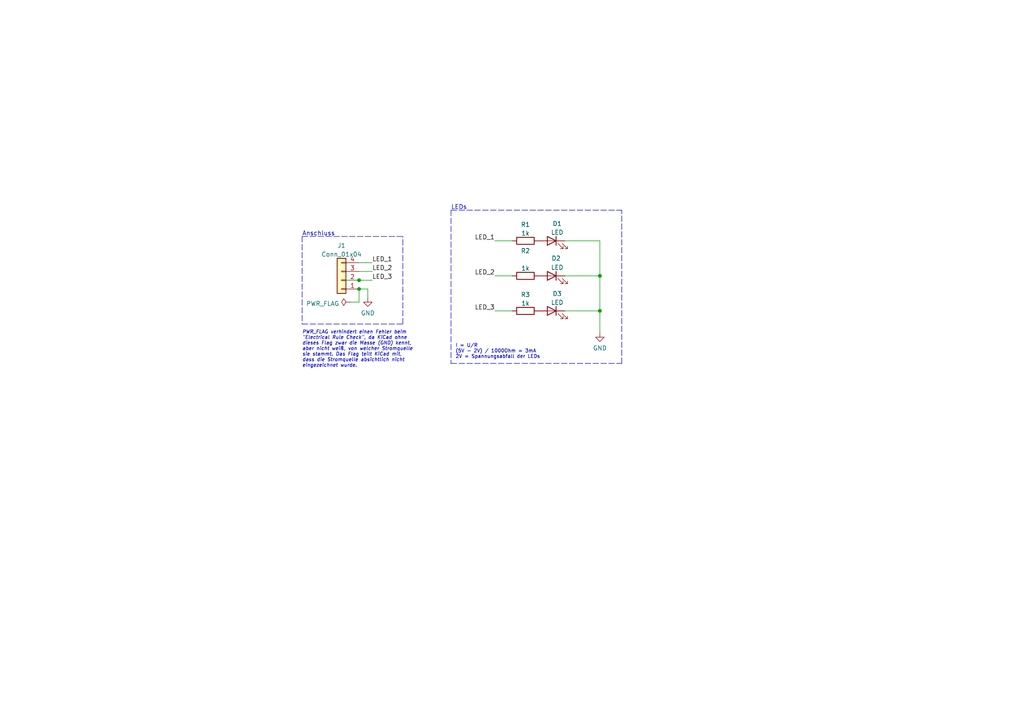
<source format=kicad_sch>
(kicad_sch (version 20211123) (generator eeschema)
  (paper "A4")
  (title_block (title "Simples 3-LED-Board") (date "2023-09-25") (rev "2") (company "Dennis Schulmeister-Zimolong") (comment 1 "Beispiel für Wahlmodul IoT"))
  (lib_symbols
    (symbol "Connector_Generic:Conn_01x04" (pin_names (offset 1.016) hide)
      (property "Reference" "J" (at 0 5.08 0))
      (property "Value" "Conn_01x04" (at 0 -7.62 0))
      (symbol "Conn_01x04_1_1"
        (rectangle (start -1.27 -4.953) (end 0 -5.207) (stroke (width 0.1524)))
        (rectangle (start -1.27 -2.413) (end 0 -2.667) (stroke (width 0.1524)))
        (rectangle (start -1.27 0.127) (end 0 -0.127) (stroke (width 0.1524)))
        (rectangle (start -1.27 2.667) (end 0 2.413) (stroke (width 0.1524)))
        (rectangle (start -1.27 3.81) (end 1.27 -6.35) (stroke (width 0.254)) (fill (type background)))
        (pin passive line (at -5.08 2.54 0) (length 3.81) (name "Pin_1") (number "1"))
        (pin passive line (at -5.08 0 0) (length 3.81) (name "Pin_2") (number "2"))
        (pin passive line (at -5.08 -2.54 0) (length 3.81) (name "Pin_3") (number "3"))
        (pin passive line (at -5.08 -5.08 0) (length 3.81) (name "Pin_4") (number "4"))
      )
    )
    (symbol "Device:LED" (pin_numbers hide) (pin_names (offset 1.016) hide)
      (property "Reference" "D" (at 0 2.54 0))
      (property "Value" "LED" (at 0 -2.54 0))
      (symbol "LED_0_1"
        (polyline (pts (xy -1.27 -1.27) (xy -1.27 1.27)) (stroke (width 0.254)))
        (polyline (pts (xy -1.27 0) (xy 1.27 0)))
        (polyline (pts (xy 1.27 -1.27) (xy 1.27 1.27) (xy -1.27 0) (xy 1.27 -1.27)) (stroke (width 0.254)))
        (polyline (pts (xy -3.048 -0.762) (xy -4.572 -2.286) (xy -3.81 -2.286) (xy -4.572 -2.286) (xy -4.572 -1.524)))
        (polyline (pts (xy -1.778 -0.762) (xy -3.302 -2.286) (xy -2.54 -2.286) (xy -3.302 -2.286) (xy -3.302 -1.524)))
      )
      (symbol "LED_1_1"
        (pin passive line (at -3.81 0 0) (length 2.54) (name "K") (number "1"))
        (pin passive line (at 3.81 0 180) (length 2.54) (name "A") (number "2"))
      )
    )
    (symbol "Device:R" (pin_numbers hide) (pin_names (offset 0))
      (property "Reference" "R" (at 2.032 0 90))
      (property "Value" "R" (at 0 0 90))
      (symbol "R_0_1"
        (rectangle (start -1.016 -2.54) (end 1.016 2.54) (stroke (width 0.254)))
      )
      (symbol "R_1_1"
        (pin passive line (at 0 3.81 270) (length 1.27) (name "~") (number "1"))
        (pin passive line (at 0 -3.81 90) (length 1.27) (name "~") (number "2"))
      )
    )
    (symbol "power:GND" (power) (pin_names (offset 0))
      (property "Value" "GND" (at 0 -3.81 0))
      (symbol "GND_0_1"
        (polyline (pts (xy 0 0) (xy 0 -1.27) (xy 1.27 -1.27) (xy 0 -2.54) (xy -1.27 -1.27) (xy 0 -1.27)))
      )
      (symbol "GND_1_1"
        (pin power_in line (at 0 0 270) (length 0) hide (name "GND") (number "1"))
      )
    )
    (symbol "power:PWR_FLAG" (power) (pin_numbers hide) (pin_names (offset 0) hide)
      (property "Value" "PWR_FLAG" (at 0 3.81 0))
      (symbol "PWR_FLAG_0_0"
        (pin power_out line (at 0 0 90) (length 0) (name "pwr") (number "1"))
      )
      (symbol "PWR_FLAG_0_1"
        (polyline (pts (xy 0 0) (xy 0 1.27) (xy -1.016 1.905) (xy 0 2.54) (xy 1.016 1.905) (xy 0 1.27)))
      )
    )
  )
  (junction (at 173.99 80.01))
  (junction (at 173.99 90.17))
  (junction (at 104.14 83.82))
  (junction (at 104.14 81.28))
  (polyline (pts (xy 87.63 93.98) (xy 116.84 93.98)))
  (wire (pts (xy 163.83 90.17) (xy 173.99 90.17)))
  (wire (pts (xy 163.83 69.85) (xy 173.99 69.85)))
  (wire (pts (xy 173.99 69.85) (xy 173.99 80.01)))
  (wire (pts (xy 173.99 80.01) (xy 173.99 90.17)))
  (wire (pts (xy 104.14 78.74) (xy 107.95 78.74)))
  (polyline (pts (xy 130.81 60.96) (xy 180.34 60.96)))
  (polyline (pts (xy 180.34 105.41) (xy 180.34 60.96)))
  (polyline (pts (xy 130.81 60.96) (xy 130.81 105.41)))
  (polyline (pts (xy 87.63 68.58) (xy 87.63 93.98)))
  (wire (pts (xy 101.6 87.63) (xy 104.14 87.63)))
  (wire (pts (xy 104.14 87.63) (xy 104.14 83.82)))
  (wire (pts (xy 106.68 83.82) (xy 106.68 86.36)))
  (wire (pts (xy 143.51 80.01) (xy 148.59 80.01)))
  (wire (pts (xy 143.51 90.17) (xy 148.59 90.17)))
  (wire (pts (xy 100.33 81.28) (xy 104.14 81.28)))
  (polyline (pts (xy 116.84 93.98) (xy 116.84 68.58)))
  (wire (pts (xy 104.14 83.82) (xy 106.68 83.82)))
  (wire (pts (xy 173.99 90.17) (xy 173.99 96.52)))
  (polyline (pts (xy 130.81 105.41) (xy 180.34 105.41)))
  (wire (pts (xy 104.14 76.2) (xy 107.95 76.2)))
  (wire (pts (xy 143.51 69.85) (xy 148.59 69.85)))
  (polyline (pts (xy 87.63 68.58) (xy 116.84 68.58)))
  (wire (pts (xy 163.83 80.01) (xy 173.99 80.01)))
  (wire (pts (xy 104.14 81.28) (xy 107.95 81.28)))
  (text "I = U/R\n(5V - 2V) / 1000Ohm = 3mA\n2V = Spannungsabfall der LEDs" (at 132.08 104.14 0) (effects (font (size 1 1)) (justify left bottom)))
  (text "Anschluss" (at 87.63 68.58 0) (effects (font (size 1.27 1.27)) (justify left bottom)))
  (text "PWR_FLAG verhindert einen Fehler beim\n\"Electrical Rule Check\", da KiCad ohne\ndieses Flag zwar die Masse (GND) kennt,\naber nicht weiß, von welcher Stromquelle\nsie stammt. Das Flag teilt KiCad mit,\ndass die Stromquelle absichtlich nicht\neingezeichnet wurde.\n" (at 87.63 106.68 0) (effects (font (size 1 1) italic) (justify left bottom)))
  (text "LEDs" (at 130.81 60.96 0) (effects (font (size 1.27 1.27)) (justify left bottom)))
  (label "LED_2" (at 107.95 78.74 0))
  (label "LED_2" (at 143.51 80.01 180))
  (label "LED_3" (at 143.51 90.17 180))
  (label "LED_1" (at 143.51 69.85 180))
  (label "LED_1" (at 107.95 76.2 0))
  (label "LED_3" (at 107.95 81.28 0))
  (symbol (lib_id "power:GND") (at 106.68 86.36 0) (unit 1)
    (property "Reference" "#PWR01" (effects hide))
    (property "Value" "GND" (at 106.68 90.8034 0))
  )
  (symbol (lib_id "Connector_Generic:Conn_01x04") (at 99.06 81.28 180) (unit 1)
    (property "Reference" "J1" (at 99.06 71.2302 0))
    (property "Value" "Conn_01x04" (at 99.06 73.7671 0))
    (property "Footprint" "Connector_PinHeader_2.54mm:PinHeader_1x04_P2.54mm_Vertical" (effects hide))
  )
  (symbol (lib_id "Device:R") (at 152.4 69.85 90) (unit 1)
    (property "Reference" "R1" (at 152.4 65.1342 90))
    (property "Value" "1k" (at 152.4 67.6711 90))
    (property "Footprint" "Resistor_THT:R_Axial_DIN0204_L3.6mm_D1.6mm_P5.08mm_Horizontal" (effects hide))
  )
  (symbol (lib_id "power:GND") (at 173.99 96.52 0) (unit 1)
    (property "Reference" "#PWR02" (effects hide))
    (property "Value" "GND" (at 173.99 100.9634 0))
  )
  (symbol (lib_id "Device:LED") (at 160.02 80.01 0) (mirror y) (unit 1)
    (property "Reference" "D2" (at 161.29 74.93 0))
    (property "Value" "LED" (at 161.6075 77.5771 0))
    (property "Footprint" "LED_THT:LED_D3.0mm" (effects hide))
  )
  (symbol (lib_id "Device:LED") (at 160.02 90.17 0) (mirror y) (unit 1)
    (property "Reference" "D3" (at 161.6075 85.2002 0))
    (property "Value" "LED" (at 161.6075 87.7371 0))
    (property "Footprint" "LED_THT:LED_D3.0mm" (effects hide))
  )
  (symbol (lib_id "power:PWR_FLAG") (at 101.6 87.63 90) (unit 1)
    (property "Reference" "#FLG01" (effects hide))
    (property "Value" "PWR_FLAG" (at 98.4251 88.0638 90) (effects (justify left)))
  )
  (symbol (lib_id "Device:R") (at 152.4 80.01 90) (unit 1)
    (property "Reference" "R2" (at 152.4 72.7542 90))
    (property "Value" "1k" (at 152.4 77.8311 90))
    (property "Footprint" "Resistor_THT:R_Axial_DIN0204_L3.6mm_D1.6mm_P5.08mm_Horizontal" (effects hide))
  )
  (symbol (lib_id "Device:R") (at 152.4 90.17 90) (unit 1)
    (property "Reference" "R3" (at 152.4 85.4542 90))
    (property "Value" "1k" (at 152.4 87.9911 90))
    (property "Footprint" "Resistor_THT:R_Axial_DIN0204_L3.6mm_D1.6mm_P5.08mm_Horizontal" (effects hide))
  )
  (symbol (lib_id "Device:LED") (at 160.02 69.85 0) (mirror y) (unit 1)
    (property "Reference" "D1" (at 161.6075 64.8802 0))
    (property "Value" "LED" (at 161.6075 67.4171 0))
    (property "Footprint" "LED_THT:LED_D3.0mm" (effects hide))
  )
)
</source>
